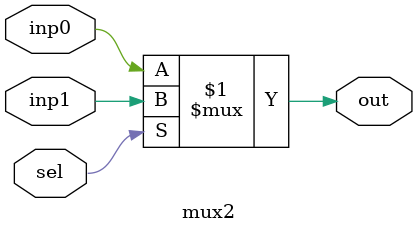
<source format=v>
module mux2 (
    input inp0,
    input inp1,
    input sel,
    output out
);

    // condition ? if true : if false
    assign out = sel ? inp1 : inp0;

endmodule
</source>
